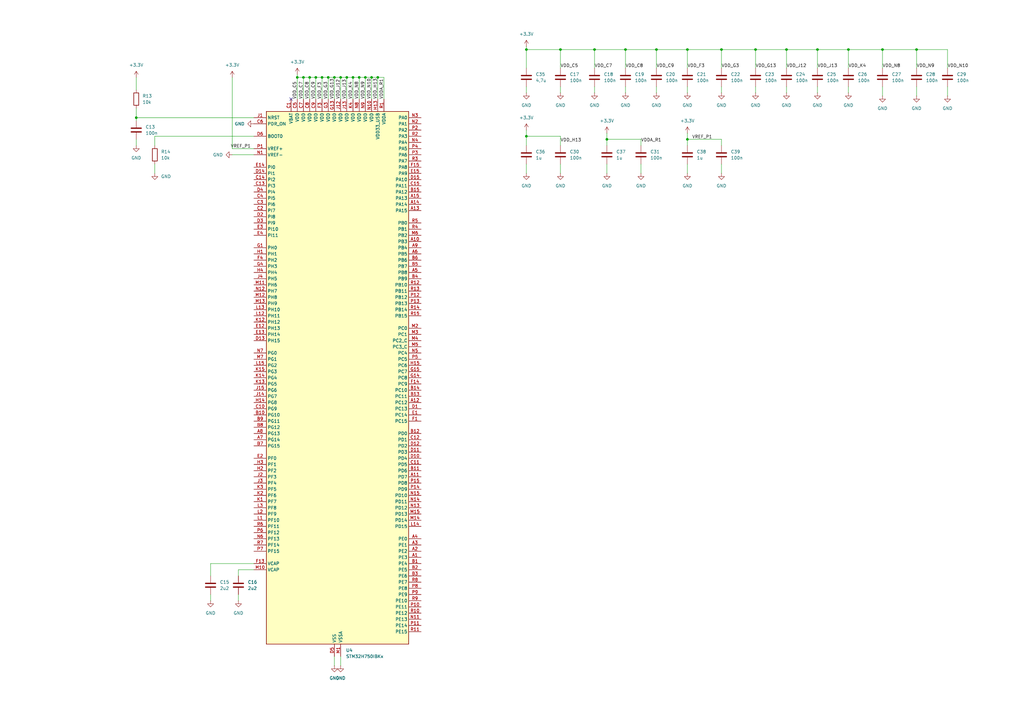
<source format=kicad_sch>
(kicad_sch (version 20231120) (generator "eeschema") (generator_version "8.0")
  (paper "A3")
  (title_block (title "MCU") (date "2024-05-21") (rev "1.0"))
  (lib_symbols
    (symbol "Device:C" (pin_numbers hide) (pin_names (offset 0.254))
      (property "Reference" "C" (at 0.635 2.54 0))
      (property "Value" "C" (at 0.635 -2.54 0))
      (symbol "C_0_1"
        (polyline (pts (xy -2.032 -0.762) (xy 2.032 -0.762)) (stroke (width 0.508)))
        (polyline (pts (xy -2.032 0.762) (xy 2.032 0.762)) (stroke (width 0.508)))
      )
      (symbol "C_1_1"
        (pin passive line (at 0 3.81 270) (length 2.794) (name "~") (number "1"))
        (pin passive line (at 0 -3.81 90) (length 2.794) (name "~") (number "2"))
      )
    )
    (symbol "Device:R" (pin_numbers hide) (pin_names (offset 0))
      (property "Reference" "R" (at 2.032 0 90))
      (property "Value" "R" (at 0 0 90))
      (symbol "R_0_1"
        (rectangle (start -1.016 -2.54) (end 1.016 2.54) (stroke (width 0.254)))
      )
      (symbol "R_1_1"
        (pin passive line (at 0 3.81 270) (length 1.27) (name "~") (number "1"))
        (pin passive line (at 0 -3.81 90) (length 1.27) (name "~") (number "2"))
      )
    )
    (symbol "MCU_ST_STM32H7:STM32H750IBKx"
      (property "Reference" "U" (at -27.94 110.49 0))
      (property "Value" "STM32H750IBKx" (at 22.86 110.49 0))
      (symbol "STM32H750IBKx_0_1"
        (rectangle (start -27.94 -109.22) (end 30.48 109.22) (stroke (width 0.254)) (fill (type background)))
      )
      (symbol "STM32H750IBKx_1_1"
        (pin bidirectional line (at 35.56 -73.66 180) (length 5.08) (name "PE3") (number "A1"))
        (pin bidirectional line (at 35.56 55.88 180) (length 5.08) (name "PB3") (number "A10"))
        (pin bidirectional line (at 35.56 -40.64 180) (length 5.08) (name "PD7") (number "A11"))
        (pin bidirectional line (at 35.56 -10.16 180) (length 5.08) (name "PC12") (number "A12"))
        (pin bidirectional line (at 35.56 68.58 180) (length 5.08) (name "PA15") (number "A13"))
        (pin bidirectional line (at 35.56 71.12 180) (length 5.08) (name "PA14") (number "A14"))
        (pin bidirectional line (at 35.56 73.66 180) (length 5.08) (name "PA13") (number "A15"))
        (pin bidirectional line (at 35.56 -71.12 180) (length 5.08) (name "PE2") (number "A2"))
        (pin bidirectional line (at 35.56 -68.58 180) (length 5.08) (name "PE1") (number "A3"))
        (pin bidirectional line (at 35.56 -66.04 180) (length 5.08) (name "PE0") (number "A4"))
        (pin bidirectional line (at 35.56 43.18 180) (length 5.08) (name "PB8") (number "A5"))
        (pin bidirectional line (at 35.56 50.8 180) (length 5.08) (name "PB5") (number "A6"))
        (pin bidirectional line (at -33.02 -25.4 0) (length 5.08) (name "PG14") (number "A7"))
        (pin bidirectional line (at -33.02 -22.86 0) (length 5.08) (name "PG13") (number "A8"))
        (pin bidirectional line (at 35.56 53.34 180) (length 5.08) (name "PB4") (number "A9"))
        (pin bidirectional line (at 35.56 -76.2 180) (length 5.08) (name "PE4") (number "B1"))
        (pin bidirectional line (at -33.02 -15.24 0) (length 5.08) (name "PG10") (number "B10"))
        (pin bidirectional line (at 35.56 -38.1 180) (length 5.08) (name "PD6") (number "B11"))
        (pin bidirectional line (at 35.56 -22.86 180) (length 5.08) (name "PD0") (number "B12"))
        (pin bidirectional line (at 35.56 -7.62 180) (length 5.08) (name "PC11") (number "B13"))
        (pin bidirectional line (at 35.56 -5.08 180) (length 5.08) (name "PC10") (number "B14"))
        (pin bidirectional line (at 35.56 76.2 180) (length 5.08) (name "PA12") (number "B15"))
        (pin bidirectional line (at 35.56 -78.74 180) (length 5.08) (name "PE5") (number "B2"))
        (pin bidirectional line (at 35.56 -81.28 180) (length 5.08) (name "PE6") (number "B3"))
        (pin bidirectional line (at 35.56 40.64 180) (length 5.08) (name "PB9") (number "B4"))
        (pin bidirectional line (at 35.56 45.72 180) (length 5.08) (name "PB7") (number "B5"))
        (pin bidirectional line (at 35.56 48.26 180) (length 5.08) (name "PB6") (number "B6"))
        (pin bidirectional line (at -33.02 -27.94 0) (length 5.08) (name "PG15") (number "B7"))
        (pin bidirectional line (at -33.02 -20.32 0) (length 5.08) (name "PG12") (number "B8"))
        (pin bidirectional line (at -33.02 -17.78 0) (length 5.08) (name "PG11") (number "B9"))
        (pin power_in line (at -17.78 114.3 270) (length 5.08) (name "VBAT") (number "C1"))
        (pin bidirectional line (at -33.02 -12.7 0) (length 5.08) (name "PG9") (number "C10"))
        (pin bidirectional line (at 35.56 -35.56 180) (length 5.08) (name "PD5") (number "C11"))
        (pin bidirectional line (at 35.56 -25.4 180) (length 5.08) (name "PD1") (number "C12"))
        (pin bidirectional line (at -33.02 78.74 0) (length 5.08) (name "PI3") (number "C13"))
        (pin bidirectional line (at -33.02 81.28 0) (length 5.08) (name "PI2") (number "C14"))
        (pin bidirectional line (at 35.56 78.74 180) (length 5.08) (name "PA11") (number "C15"))
        (pin bidirectional line (at -33.02 68.58 0) (length 5.08) (name "PI7") (number "C2"))
        (pin bidirectional line (at -33.02 71.12 0) (length 5.08) (name "PI6") (number "C3"))
        (pin bidirectional line (at -33.02 73.66 0) (length 5.08) (name "PI5") (number "C4"))
        (pin power_in line (at -15.24 114.3 270) (length 5.08) (name "VDD") (number "C5"))
        (pin input line (at -33.02 104.14 0) (length 5.08) (name "PDR_ON") (number "C6"))
        (pin power_in line (at -12.7 114.3 270) (length 5.08) (name "VDD") (number "C7"))
        (pin power_in line (at -10.16 114.3 270) (length 5.08) (name "VDD") (number "C8"))
        (pin power_in line (at -7.62 114.3 270) (length 5.08) (name "VDD") (number "C9"))
        (pin bidirectional line (at 35.56 -12.7 180) (length 5.08) (name "PC13") (number "D1"))
        (pin bidirectional line (at 35.56 -33.02 180) (length 5.08) (name "PD4") (number "D10"))
        (pin bidirectional line (at 35.56 -30.48 180) (length 5.08) (name "PD3") (number "D11"))
        (pin bidirectional line (at 35.56 -27.94 180) (length 5.08) (name "PD2") (number "D12"))
        (pin bidirectional line (at -33.02 15.24 0) (length 5.08) (name "PH15") (number "D13"))
        (pin bidirectional line (at -33.02 83.82 0) (length 5.08) (name "PI1") (number "D14"))
        (pin bidirectional line (at 35.56 81.28 180) (length 5.08) (name "PA10") (number "D15"))
        (pin bidirectional line (at -33.02 66.04 0) (length 5.08) (name "PI8") (number "D2"))
        (pin bidirectional line (at -33.02 63.5 0) (length 5.08) (name "PI9") (number "D3"))
        (pin bidirectional line (at -33.02 76.2 0) (length 5.08) (name "PI4") (number "D4"))
        (pin power_in line (at 0 -114.3 90) (length 5.08) (name "VSS") (number "D5"))
        (pin input line (at -33.02 99.06 0) (length 5.08) (name "BOOT0") (number "D6"))
        (pin passive line (at 0 -114.3 90) (length 5.08) hide (name "VSS") (number "D7"))
        (pin passive line (at 0 -114.3 90) (length 5.08) hide (name "VSS") (number "D8"))
        (pin passive line (at 0 -114.3 90) (length 5.08) hide (name "VSS") (number "D9"))
        (pin bidirectional line (at 35.56 -15.24 180) (length 5.08) (name "PC14") (number "E1"))
        (pin bidirectional line (at -33.02 20.32 0) (length 5.08) (name "PH13") (number "E12"))
        (pin bidirectional line (at -33.02 17.78 0) (length 5.08) (name "PH14") (number "E13"))
        (pin bidirectional line (at -33.02 86.36 0) (length 5.08) (name "PI0") (number "E14"))
        (pin bidirectional line (at 35.56 83.82 180) (length 5.08) (name "PA9") (number "E15"))
        (pin bidirectional line (at -33.02 -33.02 0) (length 5.08) (name "PF0") (number "E2"))
        (pin bidirectional line (at -33.02 60.96 0) (length 5.08) (name "PI10") (number "E3"))
        (pin bidirectional line (at -33.02 58.42 0) (length 5.08) (name "PI11") (number "E4"))
        (pin bidirectional line (at 35.56 -17.78 180) (length 5.08) (name "PC15") (number "F1"))
        (pin passive line (at 0 -114.3 90) (length 5.08) hide (name "VSS") (number "F10"))
        (pin passive line (at 0 -114.3 90) (length 5.08) hide (name "VSS") (number "F12"))
        (pin power_out line (at -33.02 -76.2 0) (length 5.08) (name "VCAP") (number "F13"))
        (pin bidirectional line (at 35.56 -2.54 180) (length 5.08) (name "PC9") (number "F14"))
        (pin bidirectional line (at 35.56 86.36 180) (length 5.08) (name "PA8") (number "F15"))
        (pin passive line (at 0 -114.3 90) (length 5.08) hide (name "VSS") (number "F2"))
        (pin power_in line (at -5.08 114.3 270) (length 5.08) (name "VDD") (number "F3"))
        (pin bidirectional line (at -33.02 48.26 0) (length 5.08) (name "PH2") (number "F4"))
        (pin passive line (at 0 -114.3 90) (length 5.08) hide (name "VSS") (number "F6"))
        (pin passive line (at 0 -114.3 90) (length 5.08) hide (name "VSS") (number "F7"))
        (pin passive line (at 0 -114.3 90) (length 5.08) hide (name "VSS") (number "F8"))
        (pin passive line (at 0 -114.3 90) (length 5.08) hide (name "VSS") (number "F9"))
        (pin bidirectional line (at -33.02 53.34 0) (length 5.08) (name "PH0") (number "G1"))
        (pin passive line (at 0 -114.3 90) (length 5.08) hide (name "VSS") (number "G10"))
        (pin passive line (at 0 -114.3 90) (length 5.08) hide (name "VSS") (number "G12"))
        (pin power_in line (at 0 114.3 270) (length 5.08) (name "VDD") (number "G13"))
        (pin bidirectional line (at 35.56 0 180) (length 5.08) (name "PC8") (number "G14"))
        (pin bidirectional line (at 35.56 2.54 180) (length 5.08) (name "PC7") (number "G15"))
        (pin passive line (at 0 -114.3 90) (length 5.08) hide (name "VSS") (number "G2"))
        (pin power_in line (at -2.54 114.3 270) (length 5.08) (name "VDD") (number "G3"))
        (pin bidirectional line (at -33.02 45.72 0) (length 5.08) (name "PH3") (number "G4"))
        (pin passive line (at 0 -114.3 90) (length 5.08) hide (name "VSS") (number "G6"))
        (pin passive line (at 0 -114.3 90) (length 5.08) hide (name "VSS") (number "G7"))
        (pin passive line (at 0 -114.3 90) (length 5.08) hide (name "VSS") (number "G8"))
        (pin passive line (at 0 -114.3 90) (length 5.08) hide (name "VSS") (number "G9"))
        (pin bidirectional line (at -33.02 50.8 0) (length 5.08) (name "PH1") (number "H1"))
        (pin passive line (at 0 -114.3 90) (length 5.08) hide (name "VSS") (number "H10"))
        (pin passive line (at 0 -114.3 90) (length 5.08) hide (name "VSS") (number "H12"))
        (pin power_in line (at 17.78 114.3 270) (length 5.08) (name "VDD33_USB") (number "H13"))
        (pin bidirectional line (at -33.02 -10.16 0) (length 5.08) (name "PG8") (number "H14"))
        (pin bidirectional line (at 35.56 5.08 180) (length 5.08) (name "PC6") (number "H15"))
        (pin bidirectional line (at -33.02 -38.1 0) (length 5.08) (name "PF2") (number "H2"))
        (pin bidirectional line (at -33.02 -35.56 0) (length 5.08) (name "PF1") (number "H3"))
        (pin bidirectional line (at -33.02 43.18 0) (length 5.08) (name "PH4") (number "H4"))
        (pin passive line (at 0 -114.3 90) (length 5.08) hide (name "VSS") (number "H6"))
        (pin passive line (at 0 -114.3 90) (length 5.08) hide (name "VSS") (number "H7"))
        (pin passive line (at 0 -114.3 90) (length 5.08) hide (name "VSS") (number "H8"))
        (pin passive line (at 0 -114.3 90) (length 5.08) hide (name "VSS") (number "H9"))
        (pin input line (at -33.02 106.68 0) (length 5.08) (name "NRST") (number "J1"))
        (pin passive line (at 0 -114.3 90) (length 5.08) hide (name "VSS") (number "J10"))
        (pin power_in line (at 2.54 114.3 270) (length 5.08) (name "VDD") (number "J12"))
        (pin power_in line (at 5.08 114.3 270) (length 5.08) (name "VDD") (number "J13"))
        (pin bidirectional line (at -33.02 -7.62 0) (length 5.08) (name "PG7") (number "J14"))
        (pin bidirectional line (at -33.02 -5.08 0) (length 5.08) (name "PG6") (number "J15"))
        (pin bidirectional line (at -33.02 -40.64 0) (length 5.08) (name "PF3") (number "J2"))
        (pin bidirectional line (at -33.02 -43.18 0) (length 5.08) (name "PF4") (number "J3"))
        (pin bidirectional line (at -33.02 40.64 0) (length 5.08) (name "PH5") (number "J4"))
        (pin passive line (at 0 -114.3 90) (length 5.08) hide (name "VSS") (number "J6"))
        (pin passive line (at 0 -114.3 90) (length 5.08) hide (name "VSS") (number "J7"))
        (pin passive line (at 0 -114.3 90) (length 5.08) hide (name "VSS") (number "J8"))
        (pin passive line (at 0 -114.3 90) (length 5.08) hide (name "VSS") (number "J9"))
        (pin bidirectional line (at -33.02 -50.8 0) (length 5.08) (name "PF7") (number "K1"))
        (pin passive line (at 0 -114.3 90) (length 5.08) hide (name "VSS") (number "K10"))
        (pin bidirectional line (at -33.02 22.86 0) (length 5.08) (name "PH12") (number "K12"))
        (pin bidirectional line (at -33.02 -2.54 0) (length 5.08) (name "PG5") (number "K13"))
        (pin bidirectional line (at -33.02 0 0) (length 5.08) (name "PG4") (number "K14"))
        (pin bidirectional line (at -33.02 2.54 0) (length 5.08) (name "PG3") (number "K15"))
        (pin bidirectional line (at -33.02 -48.26 0) (length 5.08) (name "PF6") (number "K2"))
        (pin bidirectional line (at -33.02 -45.72 0) (length 5.08) (name "PF5") (number "K3"))
        (pin power_in line (at 7.62 114.3 270) (length 5.08) (name "VDD") (number "K4"))
        (pin passive line (at 0 -114.3 90) (length 5.08) hide (name "VSS") (number "K6"))
        (pin passive line (at 0 -114.3 90) (length 5.08) hide (name "VSS") (number "K7"))
        (pin passive line (at 0 -114.3 90) (length 5.08) hide (name "VSS") (number "K8"))
        (pin passive line (at 0 -114.3 90) (length 5.08) hide (name "VSS") (number "K9"))
        (pin bidirectional line (at -33.02 -58.42 0) (length 5.08) (name "PF10") (number "L1"))
        (pin bidirectional line (at -33.02 25.4 0) (length 5.08) (name "PH11") (number "L12"))
        (pin bidirectional line (at -33.02 27.94 0) (length 5.08) (name "PH10") (number "L13"))
        (pin bidirectional line (at 35.56 -60.96 180) (length 5.08) (name "PD15") (number "L14"))
        (pin bidirectional line (at -33.02 5.08 0) (length 5.08) (name "PG2") (number "L15"))
        (pin bidirectional line (at -33.02 -55.88 0) (length 5.08) (name "PF9") (number "L2"))
        (pin bidirectional line (at -33.02 -53.34 0) (length 5.08) (name "PF8") (number "L3"))
        (pin passive line (at 0 -114.3 90) (length 5.08) hide (name "VSS") (number "L4"))
        (pin power_in line (at 2.54 -114.3 90) (length 5.08) (name "VSSA") (number "M1"))
        (pin power_out line (at -33.02 -78.74 0) (length 5.08) (name "VCAP") (number "M10"))
        (pin bidirectional line (at -33.02 38.1 0) (length 5.08) (name "PH6") (number "M11"))
        (pin bidirectional line (at -33.02 33.02 0) (length 5.08) (name "PH8") (number "M12"))
        (pin bidirectional line (at -33.02 30.48 0) (length 5.08) (name "PH9") (number "M13"))
        (pin bidirectional line (at 35.56 -58.42 180) (length 5.08) (name "PD14") (number "M14"))
        (pin bidirectional line (at 35.56 -55.88 180) (length 5.08) (name "PD13") (number "M15"))
        (pin bidirectional line (at 35.56 20.32 180) (length 5.08) (name "PC0") (number "M2"))
        (pin bidirectional line (at 35.56 17.78 180) (length 5.08) (name "PC1") (number "M3"))
        (pin bidirectional line (at 35.56 15.24 180) (length 5.08) (name "PC2_C") (number "M4"))
        (pin bidirectional line (at 35.56 12.7 180) (length 5.08) (name "PC3_C") (number "M5"))
        (pin bidirectional line (at 35.56 58.42 180) (length 5.08) (name "PB2") (number "M6"))
        (pin bidirectional line (at -33.02 7.62 0) (length 5.08) (name "PG1") (number "M7"))
        (pin passive line (at 0 -114.3 90) (length 5.08) hide (name "VSS") (number "M8"))
        (pin passive line (at 0 -114.3 90) (length 5.08) hide (name "VSS") (number "M9"))
        (pin input line (at -33.02 91.44 0) (length 5.08) (name "VREF-") (number "N1"))
        (pin power_in line (at 15.24 114.3 270) (length 5.08) (name "VDD") (number "N10"))
        (pin bidirectional line (at 35.56 -99.06 180) (length 5.08) (name "PE13") (number "N11"))
        (pin bidirectional line (at -33.02 35.56 0) (length 5.08) (name "PH7") (number "N12"))
        (pin bidirectional line (at 35.56 -53.34 180) (length 5.08) (name "PD12") (number "N13"))
        (pin bidirectional line (at 35.56 -50.8 180) (length 5.08) (name "PD11") (number "N14"))
        (pin bidirectional line (at 35.56 -48.26 180) (length 5.08) (name "PD10") (number "N15"))
        (pin bidirectional line (at 35.56 104.14 180) (length 5.08) (name "PA1") (number "N2"))
        (pin bidirectional line (at 35.56 106.68 180) (length 5.08) (name "PA0") (number "N3"))
        (pin bidirectional line (at 35.56 96.52 180) (length 5.08) (name "PA4") (number "N4"))
        (pin bidirectional line (at 35.56 10.16 180) (length 5.08) (name "PC4") (number "N5"))
        (pin bidirectional line (at -33.02 -66.04 0) (length 5.08) (name "PF13") (number "N6"))
        (pin bidirectional line (at -33.02 10.16 0) (length 5.08) (name "PG0") (number "N7"))
        (pin power_in line (at 10.16 114.3 270) (length 5.08) (name "VDD") (number "N8"))
        (pin power_in line (at 12.7 114.3 270) (length 5.08) (name "VDD") (number "N9"))
        (pin input line (at -33.02 93.98 0) (length 5.08) (name "VREF+") (number "P1"))
        (pin bidirectional line (at 35.56 -93.98 180) (length 5.08) (name "PE11") (number "P10"))
        (pin bidirectional line (at 35.56 -101.6 180) (length 5.08) (name "PE14") (number "P11"))
        (pin bidirectional line (at 35.56 33.02 180) (length 5.08) (name "PB12") (number "P12"))
        (pin bidirectional line (at 35.56 30.48 180) (length 5.08) (name "PB13") (number "P13"))
        (pin bidirectional line (at 35.56 -45.72 180) (length 5.08) (name "PD9") (number "P14"))
        (pin bidirectional line (at 35.56 -43.18 180) (length 5.08) (name "PD8") (number "P15"))
        (pin bidirectional line (at 35.56 101.6 180) (length 5.08) (name "PA2") (number "P2"))
        (pin bidirectional line (at 35.56 91.44 180) (length 5.08) (name "PA6") (number "P3"))
        (pin bidirectional line (at 35.56 93.98 180) (length 5.08) (name "PA5") (number "P4"))
        (pin bidirectional line (at 35.56 7.62 180) (length 5.08) (name "PC5") (number "P5"))
        (pin bidirectional line (at -33.02 -63.5 0) (length 5.08) (name "PF12") (number "P6"))
        (pin bidirectional line (at -33.02 -71.12 0) (length 5.08) (name "PF15") (number "P7"))
        (pin bidirectional line (at 35.56 -86.36 180) (length 5.08) (name "PE8") (number "P8"))
        (pin bidirectional line (at 35.56 -88.9 180) (length 5.08) (name "PE9") (number "P9"))
        (pin power_in line (at 20.32 114.3 270) (length 5.08) (name "VDDA") (number "R1"))
        (pin bidirectional line (at 35.56 -96.52 180) (length 5.08) (name "PE12") (number "R10"))
        (pin bidirectional line (at 35.56 -104.14 180) (length 5.08) (name "PE15") (number "R11"))
        (pin bidirectional line (at 35.56 38.1 180) (length 5.08) (name "PB10") (number "R12"))
        (pin bidirectional line (at 35.56 35.56 180) (length 5.08) (name "PB11") (number "R13"))
        (pin bidirectional line (at 35.56 27.94 180) (length 5.08) (name "PB14") (number "R14"))
        (pin bidirectional line (at 35.56 25.4 180) (length 5.08) (name "PB15") (number "R15"))
        (pin bidirectional line (at 35.56 99.06 180) (length 5.08) (name "PA3") (number "R2"))
        (pin bidirectional line (at 35.56 88.9 180) (length 5.08) (name "PA7") (number "R3"))
        (pin bidirectional line (at 35.56 60.96 180) (length 5.08) (name "PB1") (number "R4"))
        (pin bidirectional line (at 35.56 63.5 180) (length 5.08) (name "PB0") (number "R5"))
        (pin bidirectional line (at -33.02 -60.96 0) (length 5.08) (name "PF11") (number "R6"))
        (pin bidirectional line (at -33.02 -68.58 0) (length 5.08) (name "PF14") (number "R7"))
        (pin bidirectional line (at 35.56 -83.82 180) (length 5.08) (name "PE7") (number "R8"))
        (pin bidirectional line (at 35.56 -91.44 180) (length 5.08) (name "PE10") (number "R9"))
      )
    )
    (symbol "power:+3.3V" (power) (pin_numbers hide) (pin_names (offset 0) hide)
      (property "Value" "+3.3V" (at 0 3.556 0))
      (symbol "+3.3V_0_1"
        (polyline (pts (xy -0.762 1.27) (xy 0 2.54)))
        (polyline (pts (xy 0 0) (xy 0 2.54)))
        (polyline (pts (xy 0 2.54) (xy 0.762 1.27)))
      )
      (symbol "+3.3V_1_1"
        (pin power_in line (at 0 0 90) (length 0) (name "~") (number "1"))
      )
    )
    (symbol "power:GND" (power) (pin_numbers hide) (pin_names (offset 0) hide)
      (property "Value" "GND" (at 0 -3.81 0))
      (symbol "GND_0_1"
        (polyline (pts (xy 0 0) (xy 0 -1.27) (xy 1.27 -1.27) (xy 0 -2.54) (xy -1.27 -1.27) (xy 0 -1.27)))
      )
      (symbol "GND_1_1"
        (pin power_in line (at 0 0 270) (length 0) (name "~") (number "1"))
      )
    )
  )
  (junction (at 55.88 48.26))
  (junction (at 322.58 20.32))
  (junction (at 256.54 20.32))
  (junction (at 281.94 20.32))
  (junction (at 335.28 20.32))
  (junction (at 127 31.75))
  (junction (at 154.94 31.75))
  (junction (at 347.98 20.32))
  (junction (at 243.84 20.32))
  (junction (at 124.46 31.75))
  (junction (at 152.4 31.75))
  (junction (at 147.32 31.75))
  (junction (at 142.24 31.75))
  (junction (at 134.62 31.75))
  (junction (at 229.87 20.32))
  (junction (at 215.9 20.32))
  (junction (at 295.91 20.32))
  (junction (at 137.16 31.75))
  (junction (at 269.24 20.32))
  (junction (at 215.9 55.88))
  (junction (at 361.95 20.32))
  (junction (at 121.92 31.75))
  (junction (at 139.7 31.75))
  (junction (at 144.78 31.75))
  (junction (at 132.08 31.75))
  (junction (at 375.92 20.32))
  (junction (at 281.94 57.15))
  (junction (at 248.92 57.15))
  (junction (at 129.54 31.75))
  (junction (at 149.86 31.75))
  (junction (at 309.88 20.32))
  (no_connect (at 119.38 40.64))
  (wire (pts (xy 86.36 236.22) (xy 86.36 231.14)))
  (wire (pts (xy 388.62 39.37) (xy 388.62 35.56)))
  (wire (pts (xy 149.86 31.75) (xy 149.86 40.64)))
  (wire (pts (xy 157.48 40.64) (xy 157.48 31.75)))
  (wire (pts (xy 281.94 54.61) (xy 281.94 57.15)))
  (wire (pts (xy 142.24 31.75) (xy 142.24 40.64)))
  (wire (pts (xy 154.94 40.64) (xy 154.94 31.75)))
  (wire (pts (xy 86.36 231.14) (xy 104.14 231.14)))
  (wire (pts (xy 256.54 35.56) (xy 256.54 38.1)))
  (wire (pts (xy 322.58 20.32) (xy 322.58 27.94)))
  (wire (pts (xy 95.25 63.5) (xy 104.14 63.5)))
  (wire (pts (xy 281.94 71.12) (xy 281.94 67.31)))
  (wire (pts (xy 55.88 48.26) (xy 55.88 49.53)))
  (wire (pts (xy 335.28 35.56) (xy 335.28 38.1)))
  (wire (pts (xy 139.7 31.75) (xy 139.7 40.64)))
  (wire (pts (xy 132.08 31.75) (xy 132.08 40.64)))
  (wire (pts (xy 121.92 30.48) (xy 121.92 31.75)))
  (wire (pts (xy 375.92 20.32) (xy 388.62 20.32)))
  (wire (pts (xy 137.16 31.75) (xy 137.16 40.64)))
  (wire (pts (xy 121.92 31.75) (xy 124.46 31.75)))
  (wire (pts (xy 248.92 57.15) (xy 262.89 57.15)))
  (wire (pts (xy 152.4 31.75) (xy 152.4 40.64)))
  (wire (pts (xy 295.91 71.12) (xy 295.91 67.31)))
  (wire (pts (xy 147.32 31.75) (xy 144.78 31.75)))
  (wire (pts (xy 132.08 31.75) (xy 134.62 31.75)))
  (wire (pts (xy 137.16 31.75) (xy 139.7 31.75)))
  (wire (pts (xy 139.7 269.24) (xy 139.7 273.05)))
  (wire (pts (xy 129.54 31.75) (xy 132.08 31.75)))
  (wire (pts (xy 97.79 233.68) (xy 104.14 233.68)))
  (wire (pts (xy 215.9 19.05) (xy 215.9 20.32)))
  (wire (pts (xy 154.94 31.75) (xy 152.4 31.75)))
  (wire (pts (xy 215.9 20.32) (xy 229.87 20.32)))
  (wire (pts (xy 55.88 44.45) (xy 55.88 48.26)))
  (wire (pts (xy 295.91 20.32) (xy 295.91 27.94)))
  (wire (pts (xy 121.92 31.75) (xy 121.92 40.64)))
  (wire (pts (xy 95.25 60.96) (xy 104.14 60.96)))
  (wire (pts (xy 127 31.75) (xy 129.54 31.75)))
  (wire (pts (xy 215.9 71.12) (xy 215.9 67.31)))
  (wire (pts (xy 322.58 38.1) (xy 322.58 35.56)))
  (wire (pts (xy 55.88 31.75) (xy 55.88 36.83)))
  (wire (pts (xy 152.4 31.75) (xy 149.86 31.75)))
  (wire (pts (xy 248.92 54.61) (xy 248.92 57.15)))
  (wire (pts (xy 243.84 20.32) (xy 243.84 27.94)))
  (wire (pts (xy 134.62 31.75) (xy 134.62 40.64)))
  (wire (pts (xy 361.95 35.56) (xy 361.95 39.37)))
  (wire (pts (xy 215.9 20.32) (xy 215.9 27.94)))
  (wire (pts (xy 243.84 35.56) (xy 243.84 38.1)))
  (wire (pts (xy 229.87 20.32) (xy 229.87 27.94)))
  (wire (pts (xy 215.9 55.88) (xy 215.9 59.69)))
  (wire (pts (xy 281.94 35.56) (xy 281.94 38.1)))
  (wire (pts (xy 361.95 20.32) (xy 361.95 27.94)))
  (wire (pts (xy 229.87 55.88) (xy 229.87 59.69)))
  (wire (pts (xy 147.32 31.75) (xy 147.32 40.64)))
  (wire (pts (xy 63.5 55.88) (xy 104.14 55.88)))
  (wire (pts (xy 215.9 38.1) (xy 215.9 35.56)))
  (wire (pts (xy 142.24 31.75) (xy 139.7 31.75)))
  (wire (pts (xy 97.79 236.22) (xy 97.79 233.68)))
  (wire (pts (xy 347.98 35.56) (xy 347.98 38.1)))
  (wire (pts (xy 388.62 20.32) (xy 388.62 27.94)))
  (wire (pts (xy 55.88 48.26) (xy 104.14 48.26)))
  (wire (pts (xy 361.95 20.32) (xy 375.92 20.32)))
  (wire (pts (xy 295.91 35.56) (xy 295.91 38.1)))
  (wire (pts (xy 281.94 20.32) (xy 281.94 27.94)))
  (wire (pts (xy 129.54 31.75) (xy 129.54 40.64)))
  (wire (pts (xy 97.79 246.38) (xy 97.79 243.84)))
  (wire (pts (xy 309.88 20.32) (xy 309.88 27.94)))
  (wire (pts (xy 229.87 20.32) (xy 243.84 20.32)))
  (wire (pts (xy 157.48 31.75) (xy 154.94 31.75)))
  (wire (pts (xy 262.89 71.12) (xy 262.89 67.31)))
  (wire (pts (xy 281.94 57.15) (xy 295.91 57.15)))
  (wire (pts (xy 309.88 20.32) (xy 322.58 20.32)))
  (wire (pts (xy 322.58 20.32) (xy 335.28 20.32)))
  (wire (pts (xy 335.28 20.32) (xy 335.28 27.94)))
  (wire (pts (xy 269.24 35.56) (xy 269.24 38.1)))
  (wire (pts (xy 229.87 71.12) (xy 229.87 67.31)))
  (wire (pts (xy 347.98 20.32) (xy 347.98 27.94)))
  (wire (pts (xy 248.92 57.15) (xy 248.92 59.69)))
  (wire (pts (xy 144.78 31.75) (xy 144.78 40.64)))
  (wire (pts (xy 375.92 39.37) (xy 375.92 35.56)))
  (wire (pts (xy 295.91 20.32) (xy 309.88 20.32)))
  (wire (pts (xy 347.98 20.32) (xy 361.95 20.32)))
  (wire (pts (xy 86.36 246.38) (xy 86.36 243.84)))
  (wire (pts (xy 127 31.75) (xy 127 40.64)))
  (wire (pts (xy 134.62 31.75) (xy 137.16 31.75)))
  (wire (pts (xy 256.54 20.32) (xy 256.54 27.94)))
  (wire (pts (xy 309.88 38.1) (xy 309.88 35.56)))
  (wire (pts (xy 269.24 20.32) (xy 281.94 20.32)))
  (wire (pts (xy 95.25 31.75) (xy 95.25 60.96)))
  (wire (pts (xy 55.88 57.15) (xy 55.88 59.69)))
  (wire (pts (xy 63.5 67.31) (xy 63.5 71.12)))
  (wire (pts (xy 375.92 20.32) (xy 375.92 27.94)))
  (wire (pts (xy 137.16 269.24) (xy 137.16 273.05)))
  (wire (pts (xy 269.24 20.32) (xy 269.24 27.94)))
  (wire (pts (xy 243.84 20.32) (xy 256.54 20.32)))
  (wire (pts (xy 215.9 53.34) (xy 215.9 55.88)))
  (wire (pts (xy 281.94 20.32) (xy 295.91 20.32)))
  (wire (pts (xy 229.87 35.56) (xy 229.87 38.1)))
  (wire (pts (xy 215.9 55.88) (xy 229.87 55.88)))
  (wire (pts (xy 295.91 57.15) (xy 295.91 59.69)))
  (wire (pts (xy 335.28 20.32) (xy 347.98 20.32)))
  (wire (pts (xy 281.94 57.15) (xy 281.94 59.69)))
  (wire (pts (xy 144.78 31.75) (xy 142.24 31.75)))
  (wire (pts (xy 147.32 31.75) (xy 149.86 31.75)))
  (wire (pts (xy 248.92 71.12) (xy 248.92 67.31)))
  (wire (pts (xy 262.89 57.15) (xy 262.89 59.69)))
  (wire (pts (xy 124.46 31.75) (xy 127 31.75)))
  (wire (pts (xy 256.54 20.32) (xy 269.24 20.32)))
  (wire (pts (xy 124.46 31.75) (xy 124.46 40.64)))
  (wire (pts (xy 63.5 55.88) (xy 63.5 59.69)))
  (label "VDD_N8" (at 361.95 27.94 0))
  (label "VDD_C5" (at 121.92 40.64 90))
  (label "VDDA_R1" (at 157.48 40.64 90))
  (label "VDD_C9" (at 129.54 40.64 90))
  (label "VDD_J12" (at 139.7 40.64 90))
  (label "VDD_N10" (at 388.62 27.94 0))
  (label "VDD_K4" (at 347.98 27.94 0))
  (label "VDD_G3" (at 295.91 27.94 0))
  (label "VDD_J12" (at 322.58 27.94 0))
  (label "VDD_G13" (at 137.16 40.64 90))
  (label "VDD_K4" (at 144.78 40.64 90))
  (label "VDD_C8" (at 256.54 27.94 0))
  (label "VDD_N10" (at 152.4 40.64 90))
  (label "VDD_C7" (at 243.84 27.94 0))
  (label "VDD_J13" (at 142.24 40.64 90))
  (label "VDD_J13" (at 335.28 27.94 0))
  (label "VDD_G13" (at 309.88 27.94 0))
  (label "VDD_N9" (at 375.92 27.94 0))
  (label "VDD_H13" (at 229.87 58.42 0))
  (label "VDD_N9" (at 149.86 40.64 90))
  (label "VDD_C7" (at 124.46 40.64 90))
  (label "VDD_C8" (at 127 40.64 90))
  (label "VREF_P1" (at 292.1 57.15 180))
  (label "VDD_N8" (at 147.32 40.64 90))
  (label "VDD_C9" (at 269.24 27.94 0))
  (label "VDD_F3" (at 132.08 40.64 90))
  (label "VDD_F3" (at 281.94 27.94 0))
  (label "VDD_G3" (at 134.62 40.64 90))
  (label "VDDA_R1" (at 262.89 58.42 0))
  (label "VREF_P1" (at 102.87 60.96 180))
  (label "VDD_C5" (at 229.87 27.94 0))
  (label "VDD_H13" (at 154.94 40.64 90))
  (symbol (lib_id "Device:C") (at 309.88 31.75 0) (unit 1)
    (property "Reference" "C23" (at 313.69 30.4799 0) (effects (justify left)))
    (property "Value" "100n" (at 313.69 33.0199 0) (effects (justify left)))
    (property "Footprint" "Capacitor_SMD:C_0402_1005Metric" (effects (hide yes)))
    (property "Description" "Unpolarized capacitor" (effects (hide yes)))
  )
  (symbol (lib_id "power:GND") (at 104.14 50.8 270) (unit 1)
    (property "Reference" "#PWR063" (effects (hide yes)))
    (property "Value" "GND" (at 100.33 50.7999 90) (effects (justify right)))
    (property "Description" "Power symbol creates a global label with name \"GND\" , ground" (effects (hide yes)))
  )
  (symbol (lib_id "Device:C") (at 335.28 31.75 0) (unit 1)
    (property "Reference" "C25" (at 339.09 30.4799 0) (effects (justify left)))
    (property "Value" "100n" (at 339.09 33.0199 0) (effects (justify left)))
    (property "Footprint" "Capacitor_SMD:C_0402_1005Metric" (effects (hide yes)))
    (property "Description" "Unpolarized capacitor" (effects (hide yes)))
  )
  (symbol (lib_id "Device:C") (at 347.98 31.75 0) (unit 1)
    (property "Reference" "C26" (at 351.79 30.4799 0) (effects (justify left)))
    (property "Value" "100n" (at 351.79 33.0199 0) (effects (justify left)))
    (property "Footprint" "Capacitor_SMD:C_0402_1005Metric" (effects (hide yes)))
    (property "Description" "Unpolarized capacitor" (effects (hide yes)))
  )
  (symbol (lib_id "power:GND") (at 322.58 38.1 0) (unit 1)
    (property "Reference" "#PWR052" (effects (hide yes)))
    (property "Value" "GND" (at 322.58 43.18 0))
    (property "Description" "Power symbol creates a global label with name \"GND\" , ground" (effects (hide yes)))
  )
  (symbol (lib_id "Device:C") (at 361.95 31.75 0) (unit 1)
    (property "Reference" "C27" (at 365.76 30.4799 0) (effects (justify left)))
    (property "Value" "100n" (at 365.76 33.0199 0) (effects (justify left)))
    (property "Footprint" "Capacitor_SMD:C_0402_1005Metric" (effects (hide yes)))
    (property "Description" "Unpolarized capacitor" (effects (hide yes)))
  )
  (symbol (lib_id "power:GND") (at 139.7 273.05 0) (unit 1)
    (property "Reference" "#PWR036" (effects (hide yes)))
    (property "Value" "GND" (at 139.7 278.13 0))
    (property "Description" "Power symbol creates a global label with name \"GND\" , ground" (effects (hide yes)))
  )
  (symbol (lib_id "power:GND") (at 375.92 39.37 0) (unit 1)
    (property "Reference" "#PWR056" (effects (hide yes)))
    (property "Value" "GND" (at 375.92 44.45 0))
    (property "Description" "Power symbol creates a global label with name \"GND\" , ground" (effects (hide yes)))
  )
  (symbol (lib_id "power:GND") (at 256.54 38.1 0) (unit 1)
    (property "Reference" "#PWR048" (effects (hide yes)))
    (property "Value" "GND" (at 256.54 43.18 0))
    (property "Description" "Power symbol creates a global label with name \"GND\" , ground" (effects (hide yes)))
  )
  (symbol (lib_id "power:GND") (at 215.9 38.1 0) (unit 1)
    (property "Reference" "#PWR079" (effects (hide yes)))
    (property "Value" "GND" (at 215.9 43.18 0))
    (property "Description" "Power symbol creates a global label with name \"GND\" , ground" (effects (hide yes)))
  )
  (symbol (lib_id "power:GND") (at 347.98 38.1 0) (unit 1)
    (property "Reference" "#PWR054" (effects (hide yes)))
    (property "Value" "GND" (at 347.98 43.18 0))
    (property "Description" "Power symbol creates a global label with name \"GND\" , ground" (effects (hide yes)))
  )
  (symbol (lib_id "power:GND") (at 229.87 71.12 0) (unit 1)
    (property "Reference" "#PWR072" (effects (hide yes)))
    (property "Value" "GND" (at 229.87 76.2 0))
    (property "Description" "Power symbol creates a global label with name \"GND\" , ground" (effects (hide yes)))
  )
  (symbol (lib_id "power:+3.3V") (at 215.9 19.05 0) (unit 1)
    (property "Reference" "#PWR080" (effects (hide yes)))
    (property "Value" "+3.3V" (at 215.9 13.97 0))
    (property "Description" "Power symbol creates a global label with name \"+3.3V\"" (effects (hide yes)))
  )
  (symbol (lib_id "power:GND") (at 262.89 71.12 0) (unit 1)
    (property "Reference" "#PWR073" (effects (hide yes)))
    (property "Value" "GND" (at 262.89 76.2 0))
    (property "Description" "Power symbol creates a global label with name \"GND\" , ground" (effects (hide yes)))
  )
  (symbol (lib_id "power:GND") (at 335.28 38.1 0) (unit 1)
    (property "Reference" "#PWR053" (effects (hide yes)))
    (property "Value" "GND" (at 335.28 43.18 0))
    (property "Description" "Power symbol creates a global label with name \"GND\" , ground" (effects (hide yes)))
  )
  (symbol (lib_id "power:GND") (at 137.16 273.05 0) (unit 1)
    (property "Reference" "#PWR035" (effects (hide yes)))
    (property "Value" "GND" (at 137.16 278.13 0))
    (property "Description" "Power symbol creates a global label with name \"GND\" , ground" (effects (hide yes)))
  )
  (symbol (lib_id "Device:C") (at 281.94 31.75 0) (unit 1)
    (property "Reference" "C21" (at 285.75 30.4799 0) (effects (justify left)))
    (property "Value" "100n" (at 285.75 33.0199 0) (effects (justify left)))
    (property "Footprint" "Capacitor_SMD:C_0402_1005Metric" (effects (hide yes)))
    (property "Description" "Unpolarized capacitor" (effects (hide yes)))
  )
  (symbol (lib_id "power:GND") (at 361.95 39.37 0) (unit 1)
    (property "Reference" "#PWR055" (effects (hide yes)))
    (property "Value" "GND" (at 361.95 44.45 0))
    (property "Description" "Power symbol creates a global label with name \"GND\" , ground" (effects (hide yes)))
  )
  (symbol (lib_id "Device:C") (at 256.54 31.75 0) (unit 1)
    (property "Reference" "C19" (at 260.35 30.4799 0) (effects (justify left)))
    (property "Value" "100n" (at 260.35 33.0199 0) (effects (justify left)))
    (property "Footprint" "Capacitor_SMD:C_0402_1005Metric" (effects (hide yes)))
    (property "Description" "Unpolarized capacitor" (effects (hide yes)))
  )
  (symbol (lib_id "Device:C") (at 295.91 31.75 0) (unit 1)
    (property "Reference" "C22" (at 299.72 30.4799 0) (effects (justify left)))
    (property "Value" "100n" (at 299.72 33.0199 0) (effects (justify left)))
    (property "Footprint" "Capacitor_SMD:C_0402_1005Metric" (effects (hide yes)))
    (property "Description" "Unpolarized capacitor" (effects (hide yes)))
  )
  (symbol (lib_id "Device:C") (at 322.58 31.75 0) (unit 1)
    (property "Reference" "C24" (at 326.39 30.4799 0) (effects (justify left)))
    (property "Value" "100n" (at 326.39 33.0199 0) (effects (justify left)))
    (property "Footprint" "Capacitor_SMD:C_0402_1005Metric" (effects (hide yes)))
    (property "Description" "Unpolarized capacitor" (effects (hide yes)))
  )
  (symbol (lib_id "Device:C") (at 215.9 63.5 0) (unit 1)
    (property "Reference" "C36" (at 219.71 62.2299 0) (effects (justify left)))
    (property "Value" "1u" (at 219.71 64.7699 0) (effects (justify left)))
    (property "Footprint" "Capacitor_SMD:C_0805_2012Metric" (effects (hide yes)))
    (property "Description" "Unpolarized capacitor" (effects (hide yes)))
  )
  (symbol (lib_id "power:GND") (at 229.87 38.1 0) (unit 1)
    (property "Reference" "#PWR046" (effects (hide yes)))
    (property "Value" "GND" (at 229.87 43.18 0))
    (property "Description" "Power symbol creates a global label with name \"GND\" , ground" (effects (hide yes)))
  )
  (symbol (lib_id "power:+3.3V") (at 281.94 54.61 0) (unit 1)
    (property "Reference" "#PWR060" (effects (hide yes)))
    (property "Value" "+3.3V" (at 281.94 49.53 0))
    (property "Description" "Power symbol creates a global label with name \"+3.3V\"" (effects (hide yes)))
  )
  (symbol (lib_id "power:GND") (at 295.91 71.12 0) (unit 1)
    (property "Reference" "#PWR064" (effects (hide yes)))
    (property "Value" "GND" (at 295.91 76.2 0))
    (property "Description" "Power symbol creates a global label with name \"GND\" , ground" (effects (hide yes)))
  )
  (symbol (lib_id "Device:C") (at 86.36 240.03 180) (unit 1)
    (property "Reference" "C15" (at 90.17 238.7599 0) (effects (justify right)))
    (property "Value" "2u2" (at 90.17 241.2999 0) (effects (justify right)))
    (property "Footprint" "Capacitor_SMD:C_0805_2012Metric" (effects (hide yes)))
    (property "Description" "Unpolarized capacitor" (effects (hide yes)))
  )
  (symbol (lib_id "power:GND") (at 243.84 38.1 0) (unit 1)
    (property "Reference" "#PWR047" (effects (hide yes)))
    (property "Value" "GND" (at 243.84 43.18 0))
    (property "Description" "Power symbol creates a global label with name \"GND\" , ground" (effects (hide yes)))
  )
  (symbol (lib_id "Device:C") (at 215.9 31.75 0) (unit 1)
    (property "Reference" "C35" (at 219.71 30.4799 0) (effects (justify left)))
    (property "Value" "4,7u" (at 219.71 33.0199 0) (effects (justify left)))
    (property "Footprint" "Capacitor_SMD:C_0805_2012Metric" (effects (hide yes)))
    (property "Description" "Unpolarized capacitor" (effects (hide yes)))
  )
  (symbol (lib_id "power:GND") (at 281.94 71.12 0) (unit 1)
    (property "Reference" "#PWR062" (effects (hide yes)))
    (property "Value" "GND" (at 281.94 76.2 0))
    (property "Description" "Power symbol creates a global label with name \"GND\" , ground" (effects (hide yes)))
  )
  (symbol (lib_id "power:GND") (at 97.79 246.38 0) (unit 1)
    (property "Reference" "#PWR042" (effects (hide yes)))
    (property "Value" "GND" (at 97.79 251.46 0))
    (property "Description" "Power symbol creates a global label with name \"GND\" , ground" (effects (hide yes)))
  )
  (symbol (lib_id "power:GND") (at 281.94 38.1 0) (unit 1)
    (property "Reference" "#PWR050" (effects (hide yes)))
    (property "Value" "GND" (at 281.94 43.18 0))
    (property "Description" "Power symbol creates a global label with name \"GND\" , ground" (effects (hide yes)))
  )
  (symbol (lib_id "power:GND") (at 215.9 71.12 0) (unit 1)
    (property "Reference" "#PWR044" (effects (hide yes)))
    (property "Value" "GND" (at 215.9 76.2 0))
    (property "Description" "Power symbol creates a global label with name \"GND\" , ground" (effects (hide yes)))
  )
  (symbol (lib_id "power:+3.3V") (at 55.88 31.75 0) (unit 1)
    (property "Reference" "#PWR033" (effects (hide yes)))
    (property "Value" "+3.3V" (at 55.88 26.67 0))
    (property "Description" "Power symbol creates a global label with name \"+3.3V\"" (effects (hide yes)))
  )
  (symbol (lib_id "power:GND") (at 95.25 63.5 270) (unit 1)
    (property "Reference" "#PWR041" (effects (hide yes)))
    (property "Value" "GND" (at 91.44 63.4999 90) (effects (justify right)))
    (property "Description" "Power symbol creates a global label with name \"GND\" , ground" (effects (hide yes)))
  )
  (symbol (lib_id "Device:R") (at 63.5 63.5 180) (unit 1)
    (property "Reference" "R14" (at 66.04 62.2299 0) (effects (justify right)))
    (property "Value" "10k" (at 66.04 64.7699 0) (effects (justify right)))
    (property "Footprint" "Capacitor_SMD:C_0805_2012Metric" (effects (hide yes)))
    (property "Description" "Resistor" (effects (hide yes)))
  )
  (symbol (lib_id "Device:C") (at 269.24 31.75 0) (unit 1)
    (property "Reference" "C20" (at 273.05 30.4799 0) (effects (justify left)))
    (property "Value" "100n" (at 273.05 33.0199 0) (effects (justify left)))
    (property "Footprint" "Capacitor_SMD:C_0402_1005Metric" (effects (hide yes)))
    (property "Description" "Unpolarized capacitor" (effects (hide yes)))
  )
  (symbol (lib_id "power:+3.3V") (at 248.92 54.61 0) (unit 1)
    (property "Reference" "#PWR059" (effects (hide yes)))
    (property "Value" "+3.3V" (at 248.92 49.53 0))
    (property "Description" "Power symbol creates a global label with name \"+3.3V\"" (effects (hide yes)))
  )
  (symbol (lib_id "Device:C") (at 97.79 240.03 180) (unit 1)
    (property "Reference" "C16" (at 101.6 238.7599 0) (effects (justify right)))
    (property "Value" "2u2" (at 101.6 241.2999 0) (effects (justify right)))
    (property "Footprint" "Capacitor_SMD:C_0805_2012Metric" (effects (hide yes)))
    (property "Description" "Unpolarized capacitor" (effects (hide yes)))
  )
  (symbol (lib_id "power:+3.3V") (at 95.25 31.75 0) (unit 1)
    (property "Reference" "#PWR065" (effects (hide yes)))
    (property "Value" "+3.3V" (at 95.25 26.67 0))
    (property "Description" "Power symbol creates a global label with name \"+3.3V\"" (effects (hide yes)))
  )
  (symbol (lib_id "Device:C") (at 388.62 31.75 0) (unit 1)
    (property "Reference" "C29" (at 392.43 30.4799 0) (effects (justify left)))
    (property "Value" "100n" (at 392.43 33.0199 0) (effects (justify left)))
    (property "Footprint" "Capacitor_SMD:C_0402_1005Metric" (effects (hide yes)))
    (property "Description" "Unpolarized capacitor" (effects (hide yes)))
  )
  (symbol (lib_id "power:+3.3V") (at 121.92 30.48 0) (unit 1)
    (property "Reference" "#PWR078" (effects (hide yes)))
    (property "Value" "+3.3V" (at 121.92 25.4 0))
    (property "Description" "Power symbol creates a global label with name \"+3.3V\"" (effects (hide yes)))
  )
  (symbol (lib_id "Device:C") (at 243.84 31.75 0) (unit 1)
    (property "Reference" "C18" (at 247.65 30.4799 0) (effects (justify left)))
    (property "Value" "100n" (at 247.65 33.0199 0) (effects (justify left)))
    (property "Footprint" "Capacitor_SMD:C_0402_1005Metric" (effects (hide yes)))
    (property "Description" "Unpolarized capacitor" (effects (hide yes)))
  )
  (symbol (lib_id "power:GND") (at 309.88 38.1 0) (unit 1)
    (property "Reference" "#PWR061" (effects (hide yes)))
    (property "Value" "GND" (at 309.88 43.18 0))
    (property "Description" "Power symbol creates a global label with name \"GND\" , ground" (effects (hide yes)))
  )
  (symbol (lib_id "Device:C") (at 262.89 63.5 0) (unit 1)
    (property "Reference" "C31" (at 266.7 62.2299 0) (effects (justify left)))
    (property "Value" "100n" (at 266.7 64.7699 0) (effects (justify left)))
    (property "Footprint" "Capacitor_SMD:C_0402_1005Metric" (effects (hide yes)))
    (property "Description" "Unpolarized capacitor" (effects (hide yes)))
  )
  (symbol (lib_id "power:GND") (at 86.36 246.38 0) (unit 1)
    (property "Reference" "#PWR043" (effects (hide yes)))
    (property "Value" "GND" (at 86.36 251.46 0))
    (property "Description" "Power symbol creates a global label with name \"GND\" , ground" (effects (hide yes)))
  )
  (symbol (lib_id "power:GND") (at 269.24 38.1 0) (unit 1)
    (property "Reference" "#PWR049" (effects (hide yes)))
    (property "Value" "GND" (at 269.24 43.18 0))
    (property "Description" "Power symbol creates a global label with name \"GND\" , ground" (effects (hide yes)))
  )
  (symbol (lib_id "Device:C") (at 375.92 31.75 0) (unit 1)
    (property "Reference" "C28" (at 379.73 30.4799 0) (effects (justify left)))
    (property "Value" "100n" (at 379.73 33.0199 0) (effects (justify left)))
    (property "Footprint" "Capacitor_SMD:C_0402_1005Metric" (effects (hide yes)))
    (property "Description" "Unpolarized capacitor" (effects (hide yes)))
  )
  (symbol (lib_id "power:GND") (at 388.62 39.37 0) (unit 1)
    (property "Reference" "#PWR057" (effects (hide yes)))
    (property "Value" "GND" (at 388.62 44.45 0))
    (property "Description" "Power symbol creates a global label with name \"GND\" , ground" (effects (hide yes)))
  )
  (symbol (lib_id "power:GND") (at 248.92 71.12 0) (unit 1)
    (property "Reference" "#PWR045" (effects (hide yes)))
    (property "Value" "GND" (at 248.92 76.2 0))
    (property "Description" "Power symbol creates a global label with name \"GND\" , ground" (effects (hide yes)))
  )
  (symbol (lib_id "power:+3.3V") (at 215.9 53.34 0) (unit 1)
    (property "Reference" "#PWR058" (effects (hide yes)))
    (property "Value" "+3.3V" (at 215.9 48.26 0))
    (property "Description" "Power symbol creates a global label with name \"+3.3V\"" (effects (hide yes)))
  )
  (symbol (lib_id "Device:C") (at 229.87 63.5 0) (unit 1)
    (property "Reference" "C30" (at 233.68 62.2299 0) (effects (justify left)))
    (property "Value" "100n" (at 233.68 64.7699 0) (effects (justify left)))
    (property "Footprint" "Capacitor_SMD:C_0402_1005Metric" (effects (hide yes)))
    (property "Description" "Unpolarized capacitor" (effects (hide yes)))
  )
  (symbol (lib_id "Device:C") (at 281.94 63.5 0) (unit 1)
    (property "Reference" "C38" (at 285.75 62.2299 0) (effects (justify left)))
    (property "Value" "1u" (at 285.75 64.7699 0) (effects (justify left)))
    (property "Footprint" "Capacitor_SMD:C_0805_2012Metric" (effects (hide yes)))
    (property "Description" "Unpolarized capacitor" (effects (hide yes)))
  )
  (symbol (lib_id "power:GND") (at 63.5 71.12 0) (unit 1)
    (property "Reference" "#PWR040" (effects (hide yes)))
    (property "Value" "GND" (at 66.04 72.3899 0) (effects (justify left)))
    (property "Description" "Power symbol creates a global label with name \"GND\" , ground" (effects (hide yes)))
  )
  (symbol (lib_id "MCU_ST_STM32H7:STM32H750IBKx") (at 137.16 154.94 0) (unit 1)
    (property "Reference" "U4" (at 141.8941 266.7 0) (effects (justify left)))
    (property "Value" "STM32H750IBKx" (at 141.8941 269.24 0) (effects (justify left)))
    (property "Footprint" "UniversalRemoteControllerLibrary:BGA201C65P15X15_1000X1000X60" (effects (hide yes)))
    (property "Datasheet" "https://www.st.com/resource/en/datasheet/stm32h750ib.pdf" (effects (hide yes)))
    (property "Description" "STMicroelectronics Arm Cortex-M7 MCU, 128KB flash, 1024KB RAM, 480 MHz, 1.62-3.6V, 140 GPIO, UFBGA176" (effects (hide yes)))
  )
  (symbol (lib_id "power:GND") (at 295.91 38.1 0) (unit 1)
    (property "Reference" "#PWR051" (effects (hide yes)))
    (property "Value" "GND" (at 295.91 43.18 0))
    (property "Description" "Power symbol creates a global label with name \"GND\" , ground" (effects (hide yes)))
  )
  (symbol (lib_id "Device:C") (at 229.87 31.75 0) (unit 1)
    (property "Reference" "C17" (at 233.68 30.4799 0) (effects (justify left)))
    (property "Value" "100n" (at 233.68 33.0199 0) (effects (justify left)))
    (property "Footprint" "Capacitor_SMD:C_0402_1005Metric" (effects (hide yes)))
    (property "Description" "Unpolarized capacitor" (effects (hide yes)))
  )
  (symbol (lib_id "Device:C") (at 295.91 63.5 0) (unit 1)
    (property "Reference" "C39" (at 299.72 62.2299 0) (effects (justify left)))
    (property "Value" "100n" (at 299.72 64.7699 0) (effects (justify left)))
    (property "Footprint" "Capacitor_SMD:C_0402_1005Metric" (effects (hide yes)))
    (property "Description" "Unpolarized capacitor" (effects (hide yes)))
  )
  (symbol (lib_id "Device:C") (at 248.92 63.5 0) (unit 1)
    (property "Reference" "C37" (at 252.73 62.2299 0) (effects (justify left)))
    (property "Value" "1u" (at 252.73 64.7699 0) (effects (justify left)))
    (property "Footprint" "Capacitor_SMD:C_0805_2012Metric" (effects (hide yes)))
    (property "Description" "Unpolarized capacitor" (effects (hide yes)))
  )
  (symbol (lib_id "Device:R") (at 55.88 40.64 0) (unit 1)
    (property "Reference" "R13" (at 58.42 39.3699 0) (effects (justify left)))
    (property "Value" "10k" (at 58.42 41.9099 0) (effects (justify left)))
    (property "Footprint" "Capacitor_SMD:C_0805_2012Metric" (effects (hide yes)))
    (property "Description" "Resistor" (effects (hide yes)))
  )
  (symbol (lib_id "Device:C") (at 55.88 53.34 0) (unit 1)
    (property "Reference" "C13" (at 59.69 52.0699 0) (effects (justify left)))
    (property "Value" "100n" (at 59.69 54.6099 0) (effects (justify left)))
    (property "Footprint" "Capacitor_SMD:C_0402_1005Metric" (effects (hide yes)))
    (property "Description" "Unpolarized capacitor" (effects (hide yes)))
  )
  (symbol (lib_id "power:GND") (at 55.88 59.69 0) (unit 1)
    (property "Reference" "#PWR034" (effects (hide yes)))
    (property "Value" "GND" (at 55.88 64.77 0))
    (property "Description" "Power symbol creates a global label with name \"GND\" , ground" (effects (hide yes)))
  )
)
</source>
